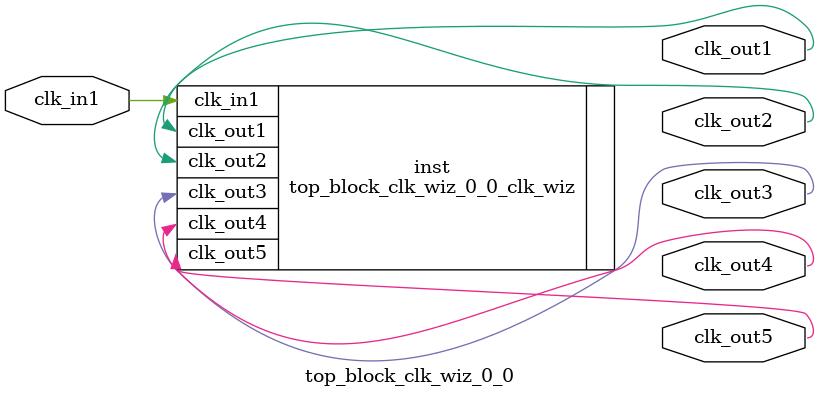
<source format=v>


`timescale 1ps/1ps

(* CORE_GENERATION_INFO = "top_block_clk_wiz_0_0,clk_wiz_v6_0_11_0_0,{component_name=top_block_clk_wiz_0_0,use_phase_alignment=false,use_min_o_jitter=false,use_max_i_jitter=false,use_dyn_phase_shift=false,use_inclk_switchover=false,use_dyn_reconfig=false,enable_axi=0,feedback_source=FDBK_AUTO,PRIMITIVE=MMCM,num_out_clk=5,clkin1_period=25.000,clkin2_period=10.0,use_power_down=false,use_reset=false,use_locked=false,use_inclk_stopped=false,feedback_type=SINGLE,CLOCK_MGR_TYPE=NA,manual_override=false}" *)

module top_block_clk_wiz_0_0 
 (
  // Clock out ports
  output        clk_out1,
  output        clk_out2,
  output        clk_out3,
  output        clk_out4,
  output        clk_out5,
 // Clock in ports
  input         clk_in1
 );

  top_block_clk_wiz_0_0_clk_wiz inst
  (
  // Clock out ports  
  .clk_out1(clk_out1),
  .clk_out2(clk_out2),
  .clk_out3(clk_out3),
  .clk_out4(clk_out4),
  .clk_out5(clk_out5),
 // Clock in ports
  .clk_in1(clk_in1)
  );

endmodule

</source>
